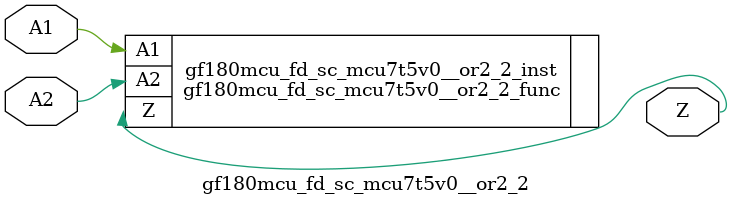
<source format=v>

module gf180mcu_fd_sc_mcu7t5v0__or2_2( A1, A2, Z );
input A1, A2;
output Z;

   `ifdef FUNCTIONAL  //  functional //

	gf180mcu_fd_sc_mcu7t5v0__or2_2_func gf180mcu_fd_sc_mcu7t5v0__or2_2_behav_inst(.A1(A1),.A2(A2),.Z(Z));

   `else

	gf180mcu_fd_sc_mcu7t5v0__or2_2_func gf180mcu_fd_sc_mcu7t5v0__or2_2_inst(.A1(A1),.A2(A2),.Z(Z));

	// spec_gates_begin


	// spec_gates_end



   specify

	// specify_block_begin

	// comb arc A1 --> Z
	 (A1 => Z) = (1.0,1.0);

	// comb arc A2 --> Z
	 (A2 => Z) = (1.0,1.0);

	// specify_block_end

   endspecify

   `endif

endmodule

</source>
